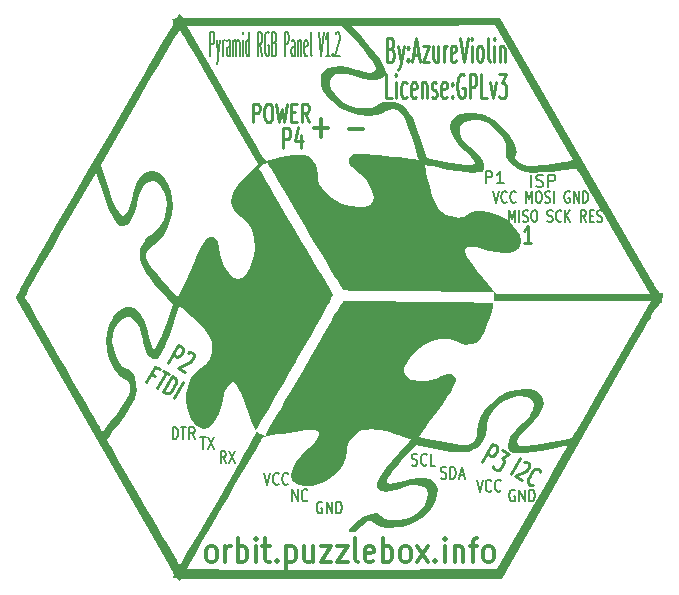
<source format=gto>
G04 (created by PCBNEW-RS274X (2011-07-08 BZR 3044)-stable) date 5/7/2013 10:27:45 AM*
G01*
G70*
G90*
%MOIN*%
G04 Gerber Fmt 3.4, Leading zero omitted, Abs format*
%FSLAX34Y34*%
G04 APERTURE LIST*
%ADD10C,0.006000*%
%ADD11C,0.005900*%
%ADD12C,0.009900*%
%ADD13C,0.007400*%
%ADD14C,0.012000*%
%ADD15C,0.007900*%
%ADD16C,0.015000*%
%ADD17C,0.000100*%
%ADD18C,0.010700*%
%ADD19C,0.010000*%
%ADD20C,0.008000*%
G04 APERTURE END LIST*
G54D10*
G54D11*
X35052Y-29261D02*
X35052Y-28461D01*
X35142Y-28461D01*
X35165Y-28499D01*
X35176Y-28537D01*
X35187Y-28613D01*
X35187Y-28727D01*
X35176Y-28804D01*
X35165Y-28842D01*
X35142Y-28880D01*
X35052Y-28880D01*
X35266Y-28727D02*
X35322Y-29261D01*
X35378Y-28727D02*
X35322Y-29261D01*
X35299Y-29451D01*
X35288Y-29489D01*
X35266Y-29527D01*
X35468Y-29261D02*
X35468Y-28727D01*
X35468Y-28880D02*
X35479Y-28804D01*
X35491Y-28766D01*
X35513Y-28727D01*
X35536Y-28727D01*
X35715Y-29261D02*
X35715Y-28842D01*
X35704Y-28766D01*
X35682Y-28727D01*
X35637Y-28727D01*
X35614Y-28766D01*
X35715Y-29223D02*
X35693Y-29261D01*
X35637Y-29261D01*
X35614Y-29223D01*
X35603Y-29147D01*
X35603Y-29070D01*
X35614Y-28994D01*
X35637Y-28956D01*
X35693Y-28956D01*
X35715Y-28918D01*
X35828Y-29261D02*
X35828Y-28727D01*
X35828Y-28804D02*
X35839Y-28766D01*
X35862Y-28727D01*
X35896Y-28727D01*
X35918Y-28766D01*
X35929Y-28842D01*
X35929Y-29261D01*
X35929Y-28842D02*
X35941Y-28766D01*
X35963Y-28727D01*
X35997Y-28727D01*
X36019Y-28766D01*
X36030Y-28842D01*
X36030Y-29261D01*
X36143Y-29261D02*
X36143Y-28727D01*
X36143Y-28461D02*
X36132Y-28499D01*
X36143Y-28537D01*
X36154Y-28499D01*
X36143Y-28461D01*
X36143Y-28537D01*
X36356Y-29261D02*
X36356Y-28461D01*
X36356Y-29223D02*
X36334Y-29261D01*
X36289Y-29261D01*
X36266Y-29223D01*
X36255Y-29185D01*
X36244Y-29108D01*
X36244Y-28880D01*
X36255Y-28804D01*
X36266Y-28766D01*
X36289Y-28727D01*
X36334Y-28727D01*
X36356Y-28766D01*
X36784Y-29261D02*
X36705Y-28880D01*
X36649Y-29261D02*
X36649Y-28461D01*
X36739Y-28461D01*
X36762Y-28499D01*
X36773Y-28537D01*
X36784Y-28613D01*
X36784Y-28727D01*
X36773Y-28804D01*
X36762Y-28842D01*
X36739Y-28880D01*
X36649Y-28880D01*
X37009Y-28499D02*
X36986Y-28461D01*
X36953Y-28461D01*
X36919Y-28499D01*
X36896Y-28575D01*
X36885Y-28651D01*
X36874Y-28804D01*
X36874Y-28918D01*
X36885Y-29070D01*
X36896Y-29147D01*
X36919Y-29223D01*
X36953Y-29261D01*
X36975Y-29261D01*
X37009Y-29223D01*
X37020Y-29185D01*
X37020Y-28918D01*
X36975Y-28918D01*
X37200Y-28842D02*
X37234Y-28880D01*
X37245Y-28918D01*
X37256Y-28994D01*
X37256Y-29108D01*
X37245Y-29185D01*
X37234Y-29223D01*
X37211Y-29261D01*
X37121Y-29261D01*
X37121Y-28461D01*
X37200Y-28461D01*
X37222Y-28499D01*
X37234Y-28537D01*
X37245Y-28613D01*
X37245Y-28689D01*
X37234Y-28766D01*
X37222Y-28804D01*
X37200Y-28842D01*
X37121Y-28842D01*
X37537Y-29261D02*
X37537Y-28461D01*
X37627Y-28461D01*
X37650Y-28499D01*
X37661Y-28537D01*
X37672Y-28613D01*
X37672Y-28727D01*
X37661Y-28804D01*
X37650Y-28842D01*
X37627Y-28880D01*
X37537Y-28880D01*
X37874Y-29261D02*
X37874Y-28842D01*
X37863Y-28766D01*
X37841Y-28727D01*
X37796Y-28727D01*
X37773Y-28766D01*
X37874Y-29223D02*
X37852Y-29261D01*
X37796Y-29261D01*
X37773Y-29223D01*
X37762Y-29147D01*
X37762Y-29070D01*
X37773Y-28994D01*
X37796Y-28956D01*
X37852Y-28956D01*
X37874Y-28918D01*
X37987Y-28727D02*
X37987Y-29261D01*
X37987Y-28804D02*
X37998Y-28766D01*
X38021Y-28727D01*
X38055Y-28727D01*
X38077Y-28766D01*
X38088Y-28842D01*
X38088Y-29261D01*
X38291Y-29223D02*
X38269Y-29261D01*
X38224Y-29261D01*
X38201Y-29223D01*
X38190Y-29147D01*
X38190Y-28842D01*
X38201Y-28766D01*
X38224Y-28727D01*
X38269Y-28727D01*
X38291Y-28766D01*
X38302Y-28842D01*
X38302Y-28918D01*
X38190Y-28994D01*
X38437Y-29261D02*
X38414Y-29223D01*
X38403Y-29147D01*
X38403Y-28461D01*
X38673Y-28461D02*
X38752Y-29261D01*
X38831Y-28461D01*
X39033Y-29261D02*
X38898Y-29261D01*
X38965Y-29261D02*
X38965Y-28461D01*
X38943Y-28575D01*
X38920Y-28651D01*
X38898Y-28689D01*
X39134Y-29185D02*
X39145Y-29223D01*
X39134Y-29261D01*
X39123Y-29223D01*
X39134Y-29185D01*
X39134Y-29261D01*
X39235Y-28537D02*
X39246Y-28499D01*
X39269Y-28461D01*
X39325Y-28461D01*
X39347Y-28499D01*
X39359Y-28537D01*
X39370Y-28613D01*
X39370Y-28689D01*
X39359Y-28804D01*
X39224Y-29261D01*
X39370Y-29261D01*
G54D12*
X41084Y-29039D02*
X41140Y-29077D01*
X41159Y-29115D01*
X41178Y-29191D01*
X41178Y-29305D01*
X41159Y-29382D01*
X41140Y-29420D01*
X41103Y-29458D01*
X40953Y-29458D01*
X40953Y-28658D01*
X41084Y-28658D01*
X41122Y-28696D01*
X41140Y-28734D01*
X41159Y-28810D01*
X41159Y-28886D01*
X41140Y-28963D01*
X41122Y-29001D01*
X41084Y-29039D01*
X40953Y-29039D01*
X41309Y-28924D02*
X41403Y-29458D01*
X41497Y-28924D02*
X41403Y-29458D01*
X41366Y-29648D01*
X41347Y-29686D01*
X41309Y-29724D01*
X41647Y-29382D02*
X41666Y-29420D01*
X41647Y-29458D01*
X41628Y-29420D01*
X41647Y-29382D01*
X41647Y-29458D01*
X41647Y-28963D02*
X41666Y-29001D01*
X41647Y-29039D01*
X41628Y-29001D01*
X41647Y-28963D01*
X41647Y-29039D01*
X41816Y-29229D02*
X42004Y-29229D01*
X41779Y-29458D02*
X41910Y-28658D01*
X42041Y-29458D01*
X42135Y-28924D02*
X42342Y-28924D01*
X42135Y-29458D01*
X42342Y-29458D01*
X42661Y-28924D02*
X42661Y-29458D01*
X42492Y-28924D02*
X42492Y-29344D01*
X42511Y-29420D01*
X42548Y-29458D01*
X42604Y-29458D01*
X42642Y-29420D01*
X42661Y-29382D01*
X42848Y-29458D02*
X42848Y-28924D01*
X42848Y-29077D02*
X42867Y-29001D01*
X42885Y-28963D01*
X42923Y-28924D01*
X42960Y-28924D01*
X43242Y-29420D02*
X43204Y-29458D01*
X43129Y-29458D01*
X43092Y-29420D01*
X43073Y-29344D01*
X43073Y-29039D01*
X43092Y-28963D01*
X43129Y-28924D01*
X43204Y-28924D01*
X43242Y-28963D01*
X43261Y-29039D01*
X43261Y-29115D01*
X43073Y-29191D01*
X43374Y-28658D02*
X43505Y-29458D01*
X43636Y-28658D01*
X43768Y-29458D02*
X43768Y-28924D01*
X43768Y-28658D02*
X43749Y-28696D01*
X43768Y-28734D01*
X43787Y-28696D01*
X43768Y-28658D01*
X43768Y-28734D01*
X44012Y-29458D02*
X43975Y-29420D01*
X43956Y-29382D01*
X43937Y-29305D01*
X43937Y-29077D01*
X43956Y-29001D01*
X43975Y-28963D01*
X44012Y-28924D01*
X44068Y-28924D01*
X44106Y-28963D01*
X44125Y-29001D01*
X44143Y-29077D01*
X44143Y-29305D01*
X44125Y-29382D01*
X44106Y-29420D01*
X44068Y-29458D01*
X44012Y-29458D01*
X44368Y-29458D02*
X44331Y-29420D01*
X44312Y-29344D01*
X44312Y-28658D01*
X44518Y-29458D02*
X44518Y-28924D01*
X44518Y-28658D02*
X44499Y-28696D01*
X44518Y-28734D01*
X44537Y-28696D01*
X44518Y-28658D01*
X44518Y-28734D01*
X44706Y-28924D02*
X44706Y-29458D01*
X44706Y-29001D02*
X44725Y-28963D01*
X44762Y-28924D01*
X44818Y-28924D01*
X44856Y-28963D01*
X44875Y-29039D01*
X44875Y-29458D01*
X41111Y-30677D02*
X40924Y-30677D01*
X40924Y-29877D01*
X41243Y-30677D02*
X41243Y-30143D01*
X41243Y-29877D02*
X41224Y-29915D01*
X41243Y-29953D01*
X41262Y-29915D01*
X41243Y-29877D01*
X41243Y-29953D01*
X41600Y-30639D02*
X41562Y-30677D01*
X41487Y-30677D01*
X41450Y-30639D01*
X41431Y-30601D01*
X41412Y-30524D01*
X41412Y-30296D01*
X41431Y-30220D01*
X41450Y-30182D01*
X41487Y-30143D01*
X41562Y-30143D01*
X41600Y-30182D01*
X41919Y-30639D02*
X41881Y-30677D01*
X41806Y-30677D01*
X41769Y-30639D01*
X41750Y-30563D01*
X41750Y-30258D01*
X41769Y-30182D01*
X41806Y-30143D01*
X41881Y-30143D01*
X41919Y-30182D01*
X41938Y-30258D01*
X41938Y-30334D01*
X41750Y-30410D01*
X42107Y-30143D02*
X42107Y-30677D01*
X42107Y-30220D02*
X42126Y-30182D01*
X42163Y-30143D01*
X42219Y-30143D01*
X42257Y-30182D01*
X42276Y-30258D01*
X42276Y-30677D01*
X42444Y-30639D02*
X42482Y-30677D01*
X42557Y-30677D01*
X42594Y-30639D01*
X42613Y-30563D01*
X42613Y-30524D01*
X42594Y-30448D01*
X42557Y-30410D01*
X42500Y-30410D01*
X42463Y-30372D01*
X42444Y-30296D01*
X42444Y-30258D01*
X42463Y-30182D01*
X42500Y-30143D01*
X42557Y-30143D01*
X42594Y-30182D01*
X42932Y-30639D02*
X42894Y-30677D01*
X42819Y-30677D01*
X42782Y-30639D01*
X42763Y-30563D01*
X42763Y-30258D01*
X42782Y-30182D01*
X42819Y-30143D01*
X42894Y-30143D01*
X42932Y-30182D01*
X42951Y-30258D01*
X42951Y-30334D01*
X42763Y-30410D01*
X43120Y-30601D02*
X43139Y-30639D01*
X43120Y-30677D01*
X43101Y-30639D01*
X43120Y-30601D01*
X43120Y-30677D01*
X43120Y-30182D02*
X43139Y-30220D01*
X43120Y-30258D01*
X43101Y-30220D01*
X43120Y-30182D01*
X43120Y-30258D01*
X43514Y-29915D02*
X43477Y-29877D01*
X43420Y-29877D01*
X43364Y-29915D01*
X43327Y-29991D01*
X43308Y-30067D01*
X43289Y-30220D01*
X43289Y-30334D01*
X43308Y-30486D01*
X43327Y-30563D01*
X43364Y-30639D01*
X43420Y-30677D01*
X43458Y-30677D01*
X43514Y-30639D01*
X43533Y-30601D01*
X43533Y-30334D01*
X43458Y-30334D01*
X43702Y-30677D02*
X43702Y-29877D01*
X43852Y-29877D01*
X43889Y-29915D01*
X43908Y-29953D01*
X43927Y-30029D01*
X43927Y-30143D01*
X43908Y-30220D01*
X43889Y-30258D01*
X43852Y-30296D01*
X43702Y-30296D01*
X44283Y-30677D02*
X44096Y-30677D01*
X44096Y-29877D01*
X44377Y-30143D02*
X44471Y-30677D01*
X44565Y-30143D01*
X44677Y-29877D02*
X44921Y-29877D01*
X44790Y-30182D01*
X44846Y-30182D01*
X44884Y-30220D01*
X44902Y-30258D01*
X44921Y-30334D01*
X44921Y-30524D01*
X44902Y-30601D01*
X44884Y-30639D01*
X44846Y-30677D01*
X44734Y-30677D01*
X44696Y-30639D01*
X44677Y-30601D01*
X45743Y-35515D02*
X45518Y-35515D01*
X45631Y-35515D02*
X45631Y-34924D01*
X45593Y-35008D01*
X45556Y-35064D01*
X45518Y-35093D01*
G54D13*
X45018Y-34804D02*
X45018Y-34410D01*
X45117Y-34692D01*
X45215Y-34410D01*
X45215Y-34804D01*
X45355Y-34804D02*
X45355Y-34410D01*
X45481Y-34786D02*
X45523Y-34804D01*
X45594Y-34804D01*
X45622Y-34786D01*
X45636Y-34767D01*
X45650Y-34729D01*
X45650Y-34692D01*
X45636Y-34654D01*
X45622Y-34636D01*
X45594Y-34617D01*
X45537Y-34598D01*
X45509Y-34579D01*
X45495Y-34561D01*
X45481Y-34523D01*
X45481Y-34486D01*
X45495Y-34448D01*
X45509Y-34429D01*
X45537Y-34410D01*
X45608Y-34410D01*
X45650Y-34429D01*
X45832Y-34410D02*
X45889Y-34410D01*
X45917Y-34429D01*
X45945Y-34467D01*
X45959Y-34542D01*
X45959Y-34673D01*
X45945Y-34748D01*
X45917Y-34786D01*
X45889Y-34804D01*
X45832Y-34804D01*
X45804Y-34786D01*
X45776Y-34748D01*
X45762Y-34673D01*
X45762Y-34542D01*
X45776Y-34467D01*
X45804Y-34429D01*
X45832Y-34410D01*
X46296Y-34786D02*
X46338Y-34804D01*
X46409Y-34804D01*
X46437Y-34786D01*
X46451Y-34767D01*
X46465Y-34729D01*
X46465Y-34692D01*
X46451Y-34654D01*
X46437Y-34636D01*
X46409Y-34617D01*
X46352Y-34598D01*
X46324Y-34579D01*
X46310Y-34561D01*
X46296Y-34523D01*
X46296Y-34486D01*
X46310Y-34448D01*
X46324Y-34429D01*
X46352Y-34410D01*
X46423Y-34410D01*
X46465Y-34429D01*
X46760Y-34767D02*
X46746Y-34786D01*
X46704Y-34804D01*
X46676Y-34804D01*
X46633Y-34786D01*
X46605Y-34748D01*
X46591Y-34711D01*
X46577Y-34636D01*
X46577Y-34579D01*
X46591Y-34504D01*
X46605Y-34467D01*
X46633Y-34429D01*
X46676Y-34410D01*
X46704Y-34410D01*
X46746Y-34429D01*
X46760Y-34448D01*
X46886Y-34804D02*
X46886Y-34410D01*
X47055Y-34804D02*
X46928Y-34579D01*
X47055Y-34410D02*
X46886Y-34636D01*
X47575Y-34804D02*
X47476Y-34617D01*
X47406Y-34804D02*
X47406Y-34410D01*
X47519Y-34410D01*
X47547Y-34429D01*
X47561Y-34448D01*
X47575Y-34486D01*
X47575Y-34542D01*
X47561Y-34579D01*
X47547Y-34598D01*
X47519Y-34617D01*
X47406Y-34617D01*
X47701Y-34598D02*
X47800Y-34598D01*
X47842Y-34804D02*
X47701Y-34804D01*
X47701Y-34410D01*
X47842Y-34410D01*
X47954Y-34786D02*
X47996Y-34804D01*
X48067Y-34804D01*
X48095Y-34786D01*
X48109Y-34767D01*
X48123Y-34729D01*
X48123Y-34692D01*
X48109Y-34654D01*
X48095Y-34636D01*
X48067Y-34617D01*
X48010Y-34598D01*
X47982Y-34579D01*
X47968Y-34561D01*
X47954Y-34523D01*
X47954Y-34486D01*
X47968Y-34448D01*
X47982Y-34429D01*
X48010Y-34410D01*
X48081Y-34410D01*
X48123Y-34429D01*
X44474Y-33772D02*
X44572Y-34166D01*
X44671Y-33772D01*
X44938Y-34129D02*
X44924Y-34148D01*
X44882Y-34166D01*
X44854Y-34166D01*
X44811Y-34148D01*
X44783Y-34110D01*
X44769Y-34073D01*
X44755Y-33998D01*
X44755Y-33941D01*
X44769Y-33866D01*
X44783Y-33829D01*
X44811Y-33791D01*
X44854Y-33772D01*
X44882Y-33772D01*
X44924Y-33791D01*
X44938Y-33810D01*
X45233Y-34129D02*
X45219Y-34148D01*
X45177Y-34166D01*
X45149Y-34166D01*
X45106Y-34148D01*
X45078Y-34110D01*
X45064Y-34073D01*
X45050Y-33998D01*
X45050Y-33941D01*
X45064Y-33866D01*
X45078Y-33829D01*
X45106Y-33791D01*
X45149Y-33772D01*
X45177Y-33772D01*
X45219Y-33791D01*
X45233Y-33810D01*
X45584Y-34166D02*
X45584Y-33772D01*
X45683Y-34054D01*
X45781Y-33772D01*
X45781Y-34166D01*
X45977Y-33772D02*
X46034Y-33772D01*
X46062Y-33791D01*
X46090Y-33829D01*
X46104Y-33904D01*
X46104Y-34035D01*
X46090Y-34110D01*
X46062Y-34148D01*
X46034Y-34166D01*
X45977Y-34166D01*
X45949Y-34148D01*
X45921Y-34110D01*
X45907Y-34035D01*
X45907Y-33904D01*
X45921Y-33829D01*
X45949Y-33791D01*
X45977Y-33772D01*
X46216Y-34148D02*
X46258Y-34166D01*
X46329Y-34166D01*
X46357Y-34148D01*
X46371Y-34129D01*
X46385Y-34091D01*
X46385Y-34054D01*
X46371Y-34016D01*
X46357Y-33998D01*
X46329Y-33979D01*
X46272Y-33960D01*
X46244Y-33941D01*
X46230Y-33923D01*
X46216Y-33885D01*
X46216Y-33848D01*
X46230Y-33810D01*
X46244Y-33791D01*
X46272Y-33772D01*
X46343Y-33772D01*
X46385Y-33791D01*
X46511Y-34166D02*
X46511Y-33772D01*
X47031Y-33791D02*
X47003Y-33772D01*
X46961Y-33772D01*
X46918Y-33791D01*
X46890Y-33829D01*
X46876Y-33866D01*
X46862Y-33941D01*
X46862Y-33998D01*
X46876Y-34073D01*
X46890Y-34110D01*
X46918Y-34148D01*
X46961Y-34166D01*
X46989Y-34166D01*
X47031Y-34148D01*
X47045Y-34129D01*
X47045Y-33998D01*
X46989Y-33998D01*
X47171Y-34166D02*
X47171Y-33772D01*
X47340Y-34166D01*
X47340Y-33772D01*
X47480Y-34166D02*
X47480Y-33772D01*
X47550Y-33772D01*
X47593Y-33791D01*
X47621Y-33829D01*
X47635Y-33866D01*
X47649Y-33941D01*
X47649Y-33998D01*
X47635Y-34073D01*
X47621Y-34110D01*
X47593Y-34148D01*
X47550Y-34166D01*
X47480Y-34166D01*
G54D14*
X39678Y-31703D02*
X40135Y-31703D01*
X38528Y-31679D02*
X38985Y-31679D01*
X38756Y-31984D02*
X38756Y-31374D01*
G54D15*
X45209Y-43745D02*
X45179Y-43726D01*
X45134Y-43726D01*
X45089Y-43745D01*
X45059Y-43783D01*
X45044Y-43820D01*
X45029Y-43895D01*
X45029Y-43952D01*
X45044Y-44027D01*
X45059Y-44064D01*
X45089Y-44102D01*
X45134Y-44120D01*
X45164Y-44120D01*
X45209Y-44102D01*
X45224Y-44083D01*
X45224Y-43952D01*
X45164Y-43952D01*
X45359Y-44120D02*
X45359Y-43726D01*
X45539Y-44120D01*
X45539Y-43726D01*
X45689Y-44120D02*
X45689Y-43726D01*
X45764Y-43726D01*
X45809Y-43745D01*
X45839Y-43783D01*
X45854Y-43820D01*
X45869Y-43895D01*
X45869Y-43952D01*
X45854Y-44027D01*
X45839Y-44064D01*
X45809Y-44102D01*
X45764Y-44120D01*
X45689Y-44120D01*
X43930Y-43395D02*
X44035Y-43789D01*
X44140Y-43395D01*
X44425Y-43752D02*
X44410Y-43771D01*
X44365Y-43789D01*
X44335Y-43789D01*
X44290Y-43771D01*
X44260Y-43733D01*
X44245Y-43696D01*
X44230Y-43621D01*
X44230Y-43564D01*
X44245Y-43489D01*
X44260Y-43452D01*
X44290Y-43414D01*
X44335Y-43395D01*
X44365Y-43395D01*
X44410Y-43414D01*
X44425Y-43433D01*
X44740Y-43752D02*
X44725Y-43771D01*
X44680Y-43789D01*
X44650Y-43789D01*
X44605Y-43771D01*
X44575Y-43733D01*
X44560Y-43696D01*
X44545Y-43621D01*
X44545Y-43564D01*
X44560Y-43489D01*
X44575Y-43452D01*
X44605Y-43414D01*
X44650Y-43395D01*
X44680Y-43395D01*
X44725Y-43414D01*
X44740Y-43433D01*
X42748Y-43342D02*
X42793Y-43360D01*
X42868Y-43360D01*
X42898Y-43342D01*
X42913Y-43323D01*
X42928Y-43285D01*
X42928Y-43248D01*
X42913Y-43210D01*
X42898Y-43192D01*
X42868Y-43173D01*
X42808Y-43154D01*
X42778Y-43135D01*
X42763Y-43117D01*
X42748Y-43079D01*
X42748Y-43042D01*
X42763Y-43004D01*
X42778Y-42985D01*
X42808Y-42966D01*
X42883Y-42966D01*
X42928Y-42985D01*
X43063Y-43360D02*
X43063Y-42966D01*
X43138Y-42966D01*
X43183Y-42985D01*
X43213Y-43023D01*
X43228Y-43060D01*
X43243Y-43135D01*
X43243Y-43192D01*
X43228Y-43267D01*
X43213Y-43304D01*
X43183Y-43342D01*
X43138Y-43360D01*
X43063Y-43360D01*
X43363Y-43248D02*
X43513Y-43248D01*
X43333Y-43360D02*
X43438Y-42966D01*
X43543Y-43360D01*
X41779Y-42904D02*
X41824Y-42922D01*
X41899Y-42922D01*
X41929Y-42904D01*
X41944Y-42885D01*
X41959Y-42847D01*
X41959Y-42810D01*
X41944Y-42772D01*
X41929Y-42754D01*
X41899Y-42735D01*
X41839Y-42716D01*
X41809Y-42697D01*
X41794Y-42679D01*
X41779Y-42641D01*
X41779Y-42604D01*
X41794Y-42566D01*
X41809Y-42547D01*
X41839Y-42528D01*
X41914Y-42528D01*
X41959Y-42547D01*
X42274Y-42885D02*
X42259Y-42904D01*
X42214Y-42922D01*
X42184Y-42922D01*
X42139Y-42904D01*
X42109Y-42866D01*
X42094Y-42829D01*
X42079Y-42754D01*
X42079Y-42697D01*
X42094Y-42622D01*
X42109Y-42585D01*
X42139Y-42547D01*
X42184Y-42528D01*
X42214Y-42528D01*
X42259Y-42547D01*
X42274Y-42566D01*
X42559Y-42922D02*
X42409Y-42922D01*
X42409Y-42528D01*
X37784Y-44108D02*
X37784Y-43714D01*
X37964Y-44108D01*
X37964Y-43714D01*
X38294Y-44071D02*
X38279Y-44090D01*
X38234Y-44108D01*
X38204Y-44108D01*
X38159Y-44090D01*
X38129Y-44052D01*
X38114Y-44015D01*
X38099Y-43940D01*
X38099Y-43883D01*
X38114Y-43808D01*
X38129Y-43771D01*
X38159Y-43733D01*
X38204Y-43714D01*
X38234Y-43714D01*
X38279Y-43733D01*
X38294Y-43752D01*
X38780Y-44142D02*
X38750Y-44123D01*
X38705Y-44123D01*
X38660Y-44142D01*
X38630Y-44180D01*
X38615Y-44217D01*
X38600Y-44292D01*
X38600Y-44349D01*
X38615Y-44424D01*
X38630Y-44461D01*
X38660Y-44499D01*
X38705Y-44517D01*
X38735Y-44517D01*
X38780Y-44499D01*
X38795Y-44480D01*
X38795Y-44349D01*
X38735Y-44349D01*
X38930Y-44517D02*
X38930Y-44123D01*
X39110Y-44517D01*
X39110Y-44123D01*
X39260Y-44517D02*
X39260Y-44123D01*
X39335Y-44123D01*
X39380Y-44142D01*
X39410Y-44180D01*
X39425Y-44217D01*
X39440Y-44292D01*
X39440Y-44349D01*
X39425Y-44424D01*
X39410Y-44461D01*
X39380Y-44499D01*
X39335Y-44517D01*
X39260Y-44517D01*
X36840Y-43167D02*
X36945Y-43561D01*
X37050Y-43167D01*
X37335Y-43524D02*
X37320Y-43543D01*
X37275Y-43561D01*
X37245Y-43561D01*
X37200Y-43543D01*
X37170Y-43505D01*
X37155Y-43468D01*
X37140Y-43393D01*
X37140Y-43336D01*
X37155Y-43261D01*
X37170Y-43224D01*
X37200Y-43186D01*
X37245Y-43167D01*
X37275Y-43167D01*
X37320Y-43186D01*
X37335Y-43205D01*
X37650Y-43524D02*
X37635Y-43543D01*
X37590Y-43561D01*
X37560Y-43561D01*
X37515Y-43543D01*
X37485Y-43505D01*
X37470Y-43468D01*
X37455Y-43393D01*
X37455Y-43336D01*
X37470Y-43261D01*
X37485Y-43224D01*
X37515Y-43186D01*
X37560Y-43167D01*
X37590Y-43167D01*
X37635Y-43186D01*
X37650Y-43205D01*
X35578Y-42840D02*
X35473Y-42653D01*
X35398Y-42840D02*
X35398Y-42446D01*
X35518Y-42446D01*
X35548Y-42465D01*
X35563Y-42484D01*
X35578Y-42522D01*
X35578Y-42578D01*
X35563Y-42615D01*
X35548Y-42634D01*
X35518Y-42653D01*
X35398Y-42653D01*
X35683Y-42446D02*
X35893Y-42840D01*
X35893Y-42446D02*
X35683Y-42840D01*
X34729Y-41985D02*
X34909Y-41985D01*
X34819Y-42379D02*
X34819Y-41985D01*
X34984Y-41985D02*
X35194Y-42379D01*
X35194Y-41985D02*
X34984Y-42379D01*
X33801Y-42041D02*
X33801Y-41647D01*
X33876Y-41647D01*
X33921Y-41666D01*
X33951Y-41704D01*
X33966Y-41741D01*
X33981Y-41816D01*
X33981Y-41873D01*
X33966Y-41948D01*
X33951Y-41985D01*
X33921Y-42023D01*
X33876Y-42041D01*
X33801Y-42041D01*
X34071Y-41647D02*
X34251Y-41647D01*
X34161Y-42041D02*
X34161Y-41647D01*
X34536Y-42041D02*
X34431Y-41854D01*
X34356Y-42041D02*
X34356Y-41647D01*
X34476Y-41647D01*
X34506Y-41666D01*
X34521Y-41685D01*
X34536Y-41723D01*
X34536Y-41779D01*
X34521Y-41816D01*
X34506Y-41835D01*
X34476Y-41854D01*
X34356Y-41854D01*
G54D16*
X33980Y-28089D02*
X33972Y-28082D01*
X28661Y-37298D02*
X33980Y-28089D01*
X33965Y-46589D02*
X28661Y-37298D01*
X44697Y-46589D02*
X33965Y-46589D01*
X49996Y-37302D02*
X44697Y-46589D01*
X44646Y-28070D02*
X49996Y-37302D01*
X33972Y-28082D02*
X44646Y-28070D01*
G54D14*
X35043Y-46142D02*
X34979Y-46104D01*
X34947Y-46066D01*
X34915Y-45989D01*
X34915Y-45761D01*
X34947Y-45685D01*
X34979Y-45647D01*
X35043Y-45608D01*
X35138Y-45608D01*
X35202Y-45647D01*
X35234Y-45685D01*
X35266Y-45761D01*
X35266Y-45989D01*
X35234Y-46066D01*
X35202Y-46104D01*
X35138Y-46142D01*
X35043Y-46142D01*
X35552Y-46142D02*
X35552Y-45608D01*
X35552Y-45761D02*
X35584Y-45685D01*
X35616Y-45647D01*
X35680Y-45608D01*
X35743Y-45608D01*
X35966Y-46142D02*
X35966Y-45342D01*
X35966Y-45647D02*
X36030Y-45608D01*
X36157Y-45608D01*
X36221Y-45647D01*
X36253Y-45685D01*
X36285Y-45761D01*
X36285Y-45989D01*
X36253Y-46066D01*
X36221Y-46104D01*
X36157Y-46142D01*
X36030Y-46142D01*
X35966Y-46104D01*
X36571Y-46142D02*
X36571Y-45608D01*
X36571Y-45342D02*
X36539Y-45380D01*
X36571Y-45418D01*
X36603Y-45380D01*
X36571Y-45342D01*
X36571Y-45418D01*
X36795Y-45608D02*
X37050Y-45608D01*
X36890Y-45342D02*
X36890Y-46028D01*
X36922Y-46104D01*
X36986Y-46142D01*
X37050Y-46142D01*
X37272Y-46066D02*
X37304Y-46104D01*
X37272Y-46142D01*
X37240Y-46104D01*
X37272Y-46066D01*
X37272Y-46142D01*
X37591Y-45608D02*
X37591Y-46408D01*
X37591Y-45647D02*
X37655Y-45608D01*
X37782Y-45608D01*
X37846Y-45647D01*
X37878Y-45685D01*
X37910Y-45761D01*
X37910Y-45989D01*
X37878Y-46066D01*
X37846Y-46104D01*
X37782Y-46142D01*
X37655Y-46142D01*
X37591Y-46104D01*
X38483Y-45608D02*
X38483Y-46142D01*
X38196Y-45608D02*
X38196Y-46028D01*
X38228Y-46104D01*
X38292Y-46142D01*
X38387Y-46142D01*
X38451Y-46104D01*
X38483Y-46066D01*
X38738Y-45608D02*
X39088Y-45608D01*
X38738Y-46142D01*
X39088Y-46142D01*
X39280Y-45608D02*
X39630Y-45608D01*
X39280Y-46142D01*
X39630Y-46142D01*
X39981Y-46142D02*
X39917Y-46104D01*
X39885Y-46028D01*
X39885Y-45342D01*
X40490Y-46104D02*
X40426Y-46142D01*
X40299Y-46142D01*
X40235Y-46104D01*
X40203Y-46028D01*
X40203Y-45723D01*
X40235Y-45647D01*
X40299Y-45608D01*
X40426Y-45608D01*
X40490Y-45647D01*
X40522Y-45723D01*
X40522Y-45799D01*
X40203Y-45875D01*
X40808Y-46142D02*
X40808Y-45342D01*
X40808Y-45647D02*
X40872Y-45608D01*
X40999Y-45608D01*
X41063Y-45647D01*
X41095Y-45685D01*
X41127Y-45761D01*
X41127Y-45989D01*
X41095Y-46066D01*
X41063Y-46104D01*
X40999Y-46142D01*
X40872Y-46142D01*
X40808Y-46104D01*
X41509Y-46142D02*
X41445Y-46104D01*
X41413Y-46066D01*
X41381Y-45989D01*
X41381Y-45761D01*
X41413Y-45685D01*
X41445Y-45647D01*
X41509Y-45608D01*
X41604Y-45608D01*
X41668Y-45647D01*
X41700Y-45685D01*
X41732Y-45761D01*
X41732Y-45989D01*
X41700Y-46066D01*
X41668Y-46104D01*
X41604Y-46142D01*
X41509Y-46142D01*
X41955Y-46142D02*
X42305Y-45608D01*
X41955Y-45608D02*
X42305Y-46142D01*
X42560Y-46066D02*
X42592Y-46104D01*
X42560Y-46142D01*
X42528Y-46104D01*
X42560Y-46066D01*
X42560Y-46142D01*
X42879Y-46142D02*
X42879Y-45608D01*
X42879Y-45342D02*
X42847Y-45380D01*
X42879Y-45418D01*
X42911Y-45380D01*
X42879Y-45342D01*
X42879Y-45418D01*
X43198Y-45608D02*
X43198Y-46142D01*
X43198Y-45685D02*
X43230Y-45647D01*
X43294Y-45608D01*
X43389Y-45608D01*
X43453Y-45647D01*
X43485Y-45723D01*
X43485Y-46142D01*
X43708Y-45608D02*
X43963Y-45608D01*
X43803Y-46142D02*
X43803Y-45456D01*
X43835Y-45380D01*
X43899Y-45342D01*
X43963Y-45342D01*
X44281Y-46142D02*
X44217Y-46104D01*
X44185Y-46066D01*
X44153Y-45989D01*
X44153Y-45761D01*
X44185Y-45685D01*
X44217Y-45647D01*
X44281Y-45608D01*
X44376Y-45608D01*
X44440Y-45647D01*
X44472Y-45685D01*
X44504Y-45761D01*
X44504Y-45989D01*
X44472Y-46066D01*
X44440Y-46104D01*
X44376Y-46142D01*
X44281Y-46142D01*
G54D17*
G36*
X50159Y-37198D02*
X50150Y-37223D01*
X50132Y-37297D01*
X50128Y-37390D01*
X50122Y-37467D01*
X50090Y-37496D01*
X50070Y-37498D01*
X50045Y-37514D01*
X50003Y-37563D01*
X49942Y-37651D01*
X49860Y-37779D01*
X49755Y-37953D01*
X49732Y-37991D01*
X49732Y-37448D01*
X49700Y-37447D01*
X49700Y-37198D01*
X49205Y-36340D01*
X48909Y-35826D01*
X48644Y-35367D01*
X48409Y-34960D01*
X48201Y-34602D01*
X48020Y-34289D01*
X47863Y-34020D01*
X47729Y-33790D01*
X47615Y-33597D01*
X47520Y-33438D01*
X47442Y-33310D01*
X47380Y-33210D01*
X47331Y-33134D01*
X47294Y-33081D01*
X47267Y-33046D01*
X47249Y-33027D01*
X47237Y-33021D01*
X47235Y-33021D01*
X47183Y-33029D01*
X47134Y-33036D01*
X47134Y-32748D01*
X45836Y-30498D01*
X44539Y-28248D01*
X42153Y-28257D01*
X39768Y-28265D01*
X40105Y-28640D01*
X40357Y-28927D01*
X40559Y-29174D01*
X40713Y-29384D01*
X40820Y-29561D01*
X40882Y-29707D01*
X40899Y-29825D01*
X40874Y-29919D01*
X40808Y-29991D01*
X40764Y-30017D01*
X40606Y-30064D01*
X40404Y-30066D01*
X40164Y-30023D01*
X39979Y-29968D01*
X39773Y-29905D01*
X39599Y-29873D01*
X39455Y-29865D01*
X39330Y-29867D01*
X39250Y-29880D01*
X39191Y-29911D01*
X39129Y-29966D01*
X39065Y-30041D01*
X39040Y-30111D01*
X39044Y-30210D01*
X39044Y-30212D01*
X39094Y-30381D01*
X39198Y-30551D01*
X39344Y-30708D01*
X39523Y-30843D01*
X39722Y-30942D01*
X39753Y-30953D01*
X39920Y-30991D01*
X40129Y-31008D01*
X40192Y-31009D01*
X40334Y-31006D01*
X40434Y-30994D01*
X40513Y-30969D01*
X40596Y-30923D01*
X40628Y-30903D01*
X40734Y-30842D01*
X40828Y-30810D01*
X40942Y-30799D01*
X41006Y-30799D01*
X41177Y-30810D01*
X41328Y-30847D01*
X41462Y-30914D01*
X41583Y-31017D01*
X41695Y-31161D01*
X41804Y-31351D01*
X41913Y-31592D01*
X42026Y-31890D01*
X42117Y-32155D01*
X42291Y-32680D01*
X42722Y-32771D01*
X43073Y-32841D01*
X43363Y-32886D01*
X43591Y-32908D01*
X43759Y-32906D01*
X43867Y-32881D01*
X43878Y-32875D01*
X43887Y-32835D01*
X43846Y-32760D01*
X43759Y-32653D01*
X43630Y-32520D01*
X43531Y-32427D01*
X43318Y-32211D01*
X43166Y-32005D01*
X43074Y-31811D01*
X43044Y-31632D01*
X43076Y-31468D01*
X43093Y-31433D01*
X43169Y-31328D01*
X43274Y-31253D01*
X43419Y-31207D01*
X43612Y-31185D01*
X43755Y-31181D01*
X43912Y-31183D01*
X44025Y-31190D01*
X44116Y-31208D01*
X44208Y-31242D01*
X44324Y-31297D01*
X44346Y-31308D01*
X44617Y-31476D01*
X44860Y-31696D01*
X45062Y-31953D01*
X45147Y-32099D01*
X45219Y-32252D01*
X45258Y-32367D01*
X45265Y-32464D01*
X45244Y-32558D01*
X45235Y-32584D01*
X45219Y-32663D01*
X45249Y-32728D01*
X45260Y-32741D01*
X45373Y-32827D01*
X45526Y-32893D01*
X45694Y-32927D01*
X45754Y-32930D01*
X45870Y-32925D01*
X46034Y-32911D01*
X46231Y-32889D01*
X46443Y-32862D01*
X46655Y-32832D01*
X46849Y-32801D01*
X46916Y-32789D01*
X47134Y-32748D01*
X47134Y-33036D01*
X47082Y-33044D01*
X46946Y-33065D01*
X46836Y-33081D01*
X46652Y-33105D01*
X46433Y-33128D01*
X46211Y-33145D01*
X46070Y-33153D01*
X45889Y-33160D01*
X45757Y-33161D01*
X45658Y-33153D01*
X45575Y-33137D01*
X45490Y-33110D01*
X45459Y-33098D01*
X45327Y-33034D01*
X45193Y-32945D01*
X45071Y-32843D01*
X44973Y-32739D01*
X44913Y-32647D01*
X44900Y-32598D01*
X44904Y-32512D01*
X44916Y-32400D01*
X44921Y-32365D01*
X44928Y-32279D01*
X44918Y-32208D01*
X44883Y-32130D01*
X44816Y-32021D01*
X44812Y-32015D01*
X44661Y-31815D01*
X44492Y-31647D01*
X44318Y-31520D01*
X44160Y-31448D01*
X44024Y-31413D01*
X43912Y-31400D01*
X43793Y-31410D01*
X43675Y-31433D01*
X43520Y-31483D01*
X43422Y-31557D01*
X43376Y-31661D01*
X43370Y-31734D01*
X43392Y-31885D01*
X43463Y-32034D01*
X43587Y-32188D01*
X43726Y-32319D01*
X43864Y-32440D01*
X43962Y-32532D01*
X44031Y-32608D01*
X44084Y-32680D01*
X44131Y-32761D01*
X44139Y-32775D01*
X44190Y-32913D01*
X44187Y-33025D01*
X44130Y-33105D01*
X44103Y-33122D01*
X43989Y-33152D01*
X43817Y-33161D01*
X43591Y-33147D01*
X43314Y-33113D01*
X42992Y-33058D01*
X42627Y-32982D01*
X42614Y-32979D01*
X42464Y-32947D01*
X42339Y-32922D01*
X42252Y-32907D01*
X42218Y-32905D01*
X42220Y-32940D01*
X42234Y-33027D01*
X42258Y-33152D01*
X42286Y-33292D01*
X42367Y-33638D01*
X42452Y-33922D01*
X42545Y-34150D01*
X42649Y-34328D01*
X42769Y-34462D01*
X42909Y-34557D01*
X43072Y-34618D01*
X43239Y-34648D01*
X43341Y-34657D01*
X43422Y-34650D01*
X43506Y-34622D01*
X43617Y-34568D01*
X43650Y-34550D01*
X43785Y-34484D01*
X43893Y-34448D01*
X44003Y-34433D01*
X44084Y-34431D01*
X44363Y-34464D01*
X44637Y-34558D01*
X44897Y-34710D01*
X45134Y-34914D01*
X45152Y-34933D01*
X45285Y-35096D01*
X45365Y-35248D01*
X45400Y-35408D01*
X45403Y-35482D01*
X45393Y-35594D01*
X45356Y-35672D01*
X45319Y-35712D01*
X45198Y-35784D01*
X45029Y-35826D01*
X44825Y-35837D01*
X44597Y-35818D01*
X44359Y-35769D01*
X44231Y-35730D01*
X44053Y-35674D01*
X43910Y-35644D01*
X43782Y-35637D01*
X43744Y-35638D01*
X43636Y-35645D01*
X43578Y-35660D01*
X43553Y-35690D01*
X43543Y-35747D01*
X43543Y-35750D01*
X43547Y-35810D01*
X43571Y-35884D01*
X43621Y-35977D01*
X43699Y-36096D01*
X43810Y-36246D01*
X43956Y-36432D01*
X44143Y-36661D01*
X44188Y-36715D01*
X44586Y-37195D01*
X47143Y-37197D01*
X49700Y-37198D01*
X49700Y-37447D01*
X47120Y-37439D01*
X44507Y-37431D01*
X44513Y-37289D01*
X44520Y-37148D01*
X43286Y-37127D01*
X42936Y-37122D01*
X42539Y-37117D01*
X42117Y-37112D01*
X42003Y-37110D01*
X42003Y-32707D01*
X41992Y-32662D01*
X41963Y-32567D01*
X41920Y-32432D01*
X41865Y-32268D01*
X41804Y-32087D01*
X41740Y-31902D01*
X41678Y-31722D01*
X41620Y-31560D01*
X41572Y-31428D01*
X41537Y-31336D01*
X41522Y-31302D01*
X41418Y-31159D01*
X41290Y-31069D01*
X41147Y-31035D01*
X41001Y-31060D01*
X40902Y-31115D01*
X40757Y-31199D01*
X40588Y-31247D01*
X40378Y-31264D01*
X40349Y-31264D01*
X40000Y-31234D01*
X39679Y-31144D01*
X39385Y-30992D01*
X39118Y-30780D01*
X39086Y-30749D01*
X38929Y-30577D01*
X38824Y-30423D01*
X38762Y-30271D01*
X38738Y-30107D01*
X38737Y-30059D01*
X38741Y-29943D01*
X38761Y-29866D01*
X38806Y-29801D01*
X38836Y-29769D01*
X38977Y-29675D01*
X39163Y-29623D01*
X39388Y-29614D01*
X39647Y-29649D01*
X39934Y-29726D01*
X40007Y-29751D01*
X40208Y-29808D01*
X40377Y-29822D01*
X40505Y-29792D01*
X40561Y-29754D01*
X40585Y-29719D01*
X40584Y-29674D01*
X40554Y-29602D01*
X40517Y-29532D01*
X40443Y-29415D01*
X40329Y-29260D01*
X40186Y-29078D01*
X40020Y-28881D01*
X39841Y-28677D01*
X39682Y-28505D01*
X39453Y-28262D01*
X36862Y-28271D01*
X34270Y-28281D01*
X35569Y-30531D01*
X35813Y-30953D01*
X36037Y-31337D01*
X36238Y-31681D01*
X36416Y-31982D01*
X36569Y-32238D01*
X36696Y-32447D01*
X36795Y-32606D01*
X36864Y-32712D01*
X36903Y-32764D01*
X36910Y-32769D01*
X37190Y-32693D01*
X37419Y-32637D01*
X37608Y-32599D01*
X37770Y-32577D01*
X37915Y-32570D01*
X38003Y-32571D01*
X38179Y-32584D01*
X38306Y-32614D01*
X38403Y-32669D01*
X38488Y-32759D01*
X38538Y-32831D01*
X38585Y-32921D01*
X38614Y-33034D01*
X38633Y-33192D01*
X38634Y-33215D01*
X38655Y-33391D01*
X38696Y-33533D01*
X38766Y-33658D01*
X38877Y-33787D01*
X38988Y-33893D01*
X39217Y-34072D01*
X39458Y-34195D01*
X39725Y-34267D01*
X40031Y-34294D01*
X40047Y-34294D01*
X40181Y-34294D01*
X40267Y-34287D01*
X40326Y-34266D01*
X40377Y-34228D01*
X40405Y-34200D01*
X40474Y-34109D01*
X40500Y-34006D01*
X40483Y-33879D01*
X40422Y-33719D01*
X40388Y-33647D01*
X40309Y-33493D01*
X40238Y-33378D01*
X40158Y-33284D01*
X40055Y-33192D01*
X39916Y-33085D01*
X39787Y-32981D01*
X39708Y-32896D01*
X39673Y-32815D01*
X39673Y-32727D01*
X39683Y-32683D01*
X39735Y-32604D01*
X39846Y-32554D01*
X40016Y-32532D01*
X40072Y-32531D01*
X40156Y-32535D01*
X40294Y-32545D01*
X40473Y-32561D01*
X40682Y-32581D01*
X40907Y-32603D01*
X41137Y-32627D01*
X41359Y-32651D01*
X41561Y-32674D01*
X41730Y-32695D01*
X41855Y-32712D01*
X41895Y-32719D01*
X41968Y-32724D01*
X42002Y-32709D01*
X42003Y-32707D01*
X42003Y-37110D01*
X41690Y-37108D01*
X41278Y-37105D01*
X40902Y-37103D01*
X40783Y-37102D01*
X40457Y-37101D01*
X40191Y-37099D01*
X39978Y-37097D01*
X39814Y-37093D01*
X39690Y-37089D01*
X39600Y-37082D01*
X39539Y-37074D01*
X39499Y-37064D01*
X39475Y-37051D01*
X39463Y-37040D01*
X39438Y-37002D01*
X39382Y-36911D01*
X39298Y-36773D01*
X39189Y-36591D01*
X39057Y-36370D01*
X38905Y-36116D01*
X38737Y-35833D01*
X38555Y-35525D01*
X38361Y-35198D01*
X38204Y-34931D01*
X38004Y-34593D01*
X37814Y-34271D01*
X37636Y-33971D01*
X37474Y-33696D01*
X37329Y-33452D01*
X37205Y-33244D01*
X37104Y-33075D01*
X37029Y-32950D01*
X36983Y-32875D01*
X36969Y-32853D01*
X36930Y-32854D01*
X36859Y-32879D01*
X36776Y-32920D01*
X36706Y-32963D01*
X36671Y-32997D01*
X36670Y-33002D01*
X36686Y-33033D01*
X36734Y-33117D01*
X36811Y-33250D01*
X36913Y-33425D01*
X37039Y-33640D01*
X37185Y-33890D01*
X37349Y-34169D01*
X37528Y-34473D01*
X37720Y-34798D01*
X37889Y-35085D01*
X38091Y-35425D01*
X38282Y-35749D01*
X38461Y-36053D01*
X38626Y-36331D01*
X38772Y-36579D01*
X38898Y-36793D01*
X39001Y-36967D01*
X39077Y-37097D01*
X39124Y-37178D01*
X39140Y-37205D01*
X39139Y-37228D01*
X39121Y-37277D01*
X39086Y-37355D01*
X39030Y-37464D01*
X38954Y-37609D01*
X38854Y-37791D01*
X38730Y-38014D01*
X38579Y-38282D01*
X38399Y-38598D01*
X38190Y-38964D01*
X37949Y-39383D01*
X37898Y-39471D01*
X37694Y-39824D01*
X37500Y-40161D01*
X37317Y-40477D01*
X37149Y-40768D01*
X36997Y-41028D01*
X36866Y-41254D01*
X36756Y-41441D01*
X36671Y-41585D01*
X36640Y-41636D01*
X36640Y-32868D01*
X35351Y-30633D01*
X35147Y-30279D01*
X34952Y-29942D01*
X34769Y-29628D01*
X34600Y-29339D01*
X34449Y-29080D01*
X34317Y-28857D01*
X34207Y-28672D01*
X34123Y-28532D01*
X34066Y-28439D01*
X34038Y-28399D01*
X34037Y-28398D01*
X34016Y-28426D01*
X33965Y-28507D01*
X33886Y-28638D01*
X33781Y-28813D01*
X33653Y-29028D01*
X33505Y-29279D01*
X33339Y-29562D01*
X33157Y-29872D01*
X32963Y-30204D01*
X32759Y-30555D01*
X32704Y-30649D01*
X31397Y-32901D01*
X31603Y-33513D01*
X31722Y-33852D01*
X31827Y-34127D01*
X31919Y-34338D01*
X31998Y-34485D01*
X32064Y-34568D01*
X32078Y-34578D01*
X32158Y-34595D01*
X32235Y-34549D01*
X32308Y-34442D01*
X32373Y-34277D01*
X32430Y-34059D01*
X32435Y-34037D01*
X32516Y-33724D01*
X32618Y-33474D01*
X32741Y-33288D01*
X32885Y-33164D01*
X33049Y-33104D01*
X33130Y-33098D01*
X33282Y-33130D01*
X33423Y-33220D01*
X33548Y-33361D01*
X33653Y-33545D01*
X33734Y-33764D01*
X33785Y-34011D01*
X33802Y-34267D01*
X33781Y-34526D01*
X33719Y-34784D01*
X33624Y-35027D01*
X33501Y-35245D01*
X33357Y-35423D01*
X33197Y-35550D01*
X33167Y-35566D01*
X33035Y-35659D01*
X32943Y-35778D01*
X32904Y-35906D01*
X32903Y-35925D01*
X32924Y-36017D01*
X32983Y-36138D01*
X33028Y-36209D01*
X33096Y-36302D01*
X33190Y-36421D01*
X33303Y-36558D01*
X33427Y-36704D01*
X33556Y-36851D01*
X33681Y-36991D01*
X33795Y-37115D01*
X33891Y-37215D01*
X33962Y-37282D01*
X33999Y-37309D01*
X34002Y-37308D01*
X34022Y-37269D01*
X34063Y-37180D01*
X34120Y-37052D01*
X34187Y-36895D01*
X34235Y-36781D01*
X34372Y-36462D01*
X34500Y-36173D01*
X34617Y-35919D01*
X34720Y-35707D01*
X34806Y-35542D01*
X34872Y-35431D01*
X34888Y-35409D01*
X34962Y-35331D01*
X35040Y-35301D01*
X35085Y-35298D01*
X35186Y-35316D01*
X35259Y-35375D01*
X35309Y-35481D01*
X35340Y-35644D01*
X35348Y-35721D01*
X35402Y-36008D01*
X35514Y-36273D01*
X35676Y-36503D01*
X35724Y-36554D01*
X35857Y-36659D01*
X35984Y-36700D01*
X36106Y-36676D01*
X36183Y-36628D01*
X36285Y-36515D01*
X36377Y-36350D01*
X36454Y-36151D01*
X36510Y-35931D01*
X36540Y-35706D01*
X36543Y-35623D01*
X36521Y-35325D01*
X36450Y-35068D01*
X36329Y-34854D01*
X36161Y-34685D01*
X36083Y-34631D01*
X35921Y-34504D01*
X35806Y-34352D01*
X35745Y-34188D01*
X35737Y-34111D01*
X35765Y-33962D01*
X35851Y-33783D01*
X35994Y-33574D01*
X36192Y-33338D01*
X36291Y-33232D01*
X36640Y-32868D01*
X36640Y-41636D01*
X36614Y-41680D01*
X36587Y-41723D01*
X36586Y-41725D01*
X36564Y-41732D01*
X36537Y-41701D01*
X36502Y-41626D01*
X36453Y-41498D01*
X36421Y-41408D01*
X36291Y-41047D01*
X36174Y-40748D01*
X36071Y-40511D01*
X35979Y-40333D01*
X35898Y-40212D01*
X35827Y-40146D01*
X35779Y-40131D01*
X35733Y-40159D01*
X35674Y-40232D01*
X35612Y-40331D01*
X35558Y-40439D01*
X35523Y-40538D01*
X35518Y-40562D01*
X35441Y-40917D01*
X35332Y-41220D01*
X35193Y-41468D01*
X35094Y-41590D01*
X34977Y-41680D01*
X34855Y-41710D01*
X34732Y-41686D01*
X34615Y-41615D01*
X34506Y-41503D01*
X34410Y-41357D01*
X34333Y-41182D01*
X34278Y-40986D01*
X34250Y-40773D01*
X34254Y-40552D01*
X34268Y-40440D01*
X34341Y-40165D01*
X34453Y-39940D01*
X34609Y-39764D01*
X34761Y-39657D01*
X34875Y-39584D01*
X34952Y-39509D01*
X35013Y-39405D01*
X35031Y-39367D01*
X35100Y-39175D01*
X35123Y-38988D01*
X35098Y-38802D01*
X35021Y-38612D01*
X34891Y-38412D01*
X34706Y-38198D01*
X34463Y-37963D01*
X34356Y-37869D01*
X34234Y-37765D01*
X34132Y-37681D01*
X34059Y-37624D01*
X34024Y-37602D01*
X34023Y-37602D01*
X34010Y-37637D01*
X33983Y-37722D01*
X33948Y-37843D01*
X33924Y-37925D01*
X33862Y-38126D01*
X33809Y-38278D01*
X33809Y-37562D01*
X33614Y-37344D01*
X33382Y-37081D01*
X33193Y-36859D01*
X33042Y-36672D01*
X32925Y-36512D01*
X32838Y-36374D01*
X32777Y-36250D01*
X32738Y-36135D01*
X32715Y-36022D01*
X32709Y-35958D01*
X32705Y-35841D01*
X32719Y-35744D01*
X32757Y-35639D01*
X32800Y-35548D01*
X32866Y-35425D01*
X32929Y-35344D01*
X33008Y-35282D01*
X33079Y-35241D01*
X33243Y-35119D01*
X33389Y-34945D01*
X33506Y-34733D01*
X33555Y-34603D01*
X33594Y-34404D01*
X33597Y-34193D01*
X33566Y-33984D01*
X33506Y-33792D01*
X33420Y-33630D01*
X33311Y-33513D01*
X33267Y-33484D01*
X33130Y-33441D01*
X33004Y-33463D01*
X32888Y-33547D01*
X32785Y-33694D01*
X32696Y-33901D01*
X32622Y-34167D01*
X32605Y-34247D01*
X32543Y-34482D01*
X32463Y-34675D01*
X32369Y-34820D01*
X32266Y-34913D01*
X32156Y-34950D01*
X32045Y-34928D01*
X31982Y-34886D01*
X31911Y-34815D01*
X31842Y-34717D01*
X31770Y-34587D01*
X31693Y-34416D01*
X31608Y-34198D01*
X31510Y-33925D01*
X31468Y-33803D01*
X31248Y-33158D01*
X30056Y-35212D01*
X29797Y-35659D01*
X29572Y-36050D01*
X29380Y-36386D01*
X29221Y-36669D01*
X29093Y-36899D01*
X28996Y-37079D01*
X28930Y-37209D01*
X28893Y-37290D01*
X28885Y-37324D01*
X28905Y-37361D01*
X28954Y-37450D01*
X29031Y-37585D01*
X29131Y-37761D01*
X29251Y-37972D01*
X29389Y-38213D01*
X29541Y-38478D01*
X29705Y-38763D01*
X29877Y-39062D01*
X30054Y-39369D01*
X30233Y-39680D01*
X30411Y-39989D01*
X30584Y-40289D01*
X30751Y-40578D01*
X30907Y-40847D01*
X31050Y-41094D01*
X31176Y-41311D01*
X31283Y-41494D01*
X31367Y-41637D01*
X31425Y-41736D01*
X31455Y-41784D01*
X31458Y-41787D01*
X31480Y-41761D01*
X31535Y-41692D01*
X31616Y-41592D01*
X31714Y-41471D01*
X31719Y-41465D01*
X31934Y-41189D01*
X32111Y-40944D01*
X32246Y-40735D01*
X32338Y-40564D01*
X32384Y-40434D01*
X32387Y-40418D01*
X32395Y-40255D01*
X32361Y-40142D01*
X32283Y-40073D01*
X32234Y-40055D01*
X32096Y-39988D01*
X31964Y-39865D01*
X31844Y-39696D01*
X31741Y-39493D01*
X31661Y-39265D01*
X31609Y-39024D01*
X31590Y-38781D01*
X31612Y-38490D01*
X31681Y-38235D01*
X31801Y-38003D01*
X31827Y-37965D01*
X31963Y-37797D01*
X32098Y-37690D01*
X32240Y-37638D01*
X32324Y-37631D01*
X32424Y-37640D01*
X32507Y-37675D01*
X32600Y-37749D01*
X32605Y-37753D01*
X32739Y-37896D01*
X32839Y-38056D01*
X32913Y-38251D01*
X32966Y-38471D01*
X33014Y-38686D01*
X33066Y-38854D01*
X33120Y-38970D01*
X33172Y-39026D01*
X33191Y-39031D01*
X33232Y-39001D01*
X33288Y-38915D01*
X33357Y-38782D01*
X33435Y-38609D01*
X33518Y-38406D01*
X33602Y-38179D01*
X33654Y-38027D01*
X33809Y-37562D01*
X33809Y-38278D01*
X33786Y-38345D01*
X33702Y-38568D01*
X33616Y-38781D01*
X33532Y-38971D01*
X33458Y-39122D01*
X33405Y-39211D01*
X33335Y-39299D01*
X33269Y-39363D01*
X33237Y-39381D01*
X33140Y-39379D01*
X33047Y-39316D01*
X32960Y-39194D01*
X32883Y-39018D01*
X32818Y-38792D01*
X32801Y-38713D01*
X32754Y-38504D01*
X32707Y-38347D01*
X32652Y-38229D01*
X32584Y-38134D01*
X32511Y-38061D01*
X32387Y-37984D01*
X32264Y-37973D01*
X32142Y-38028D01*
X32041Y-38121D01*
X31895Y-38330D01*
X31811Y-38552D01*
X31790Y-38790D01*
X31832Y-39048D01*
X31937Y-39326D01*
X31937Y-39327D01*
X32010Y-39474D01*
X32072Y-39573D01*
X32138Y-39638D01*
X32220Y-39684D01*
X32304Y-39715D01*
X32422Y-39773D01*
X32505Y-39861D01*
X32559Y-39991D01*
X32590Y-40173D01*
X32595Y-40232D01*
X32597Y-40389D01*
X32579Y-40541D01*
X32535Y-40695D01*
X32462Y-40861D01*
X32356Y-41045D01*
X32214Y-41255D01*
X32031Y-41500D01*
X31891Y-41679D01*
X31787Y-41812D01*
X31701Y-41926D01*
X31640Y-42012D01*
X31612Y-42060D01*
X31610Y-42065D01*
X31633Y-42109D01*
X31686Y-42204D01*
X31765Y-42343D01*
X31867Y-42522D01*
X31990Y-42735D01*
X32129Y-42976D01*
X32282Y-43240D01*
X32445Y-43522D01*
X32615Y-43815D01*
X32789Y-44114D01*
X32963Y-44414D01*
X33135Y-44708D01*
X33302Y-44993D01*
X33459Y-45261D01*
X33604Y-45508D01*
X33733Y-45727D01*
X33844Y-45914D01*
X33932Y-46063D01*
X33996Y-46168D01*
X34031Y-46224D01*
X34036Y-46231D01*
X34057Y-46203D01*
X34108Y-46122D01*
X34187Y-45992D01*
X34292Y-45817D01*
X34419Y-45603D01*
X34567Y-45354D01*
X34732Y-45073D01*
X34911Y-44767D01*
X35103Y-44438D01*
X35304Y-44093D01*
X35305Y-44090D01*
X35507Y-43742D01*
X35699Y-43410D01*
X35878Y-43098D01*
X36042Y-42811D01*
X36189Y-42553D01*
X36315Y-42330D01*
X36418Y-42145D01*
X36496Y-42005D01*
X36545Y-41912D01*
X36563Y-41873D01*
X36575Y-41822D01*
X36595Y-41804D01*
X36640Y-41819D01*
X36725Y-41866D01*
X36736Y-41872D01*
X36816Y-41914D01*
X36869Y-41932D01*
X36879Y-41931D01*
X36897Y-41900D01*
X36946Y-41816D01*
X37023Y-41683D01*
X37126Y-41505D01*
X37252Y-41288D01*
X37398Y-41035D01*
X37561Y-40751D01*
X37740Y-40441D01*
X37932Y-40108D01*
X38133Y-39758D01*
X38168Y-39698D01*
X38371Y-39345D01*
X38565Y-39008D01*
X38747Y-38693D01*
X38915Y-38403D01*
X39065Y-38144D01*
X39195Y-37919D01*
X39303Y-37733D01*
X39387Y-37591D01*
X39442Y-37497D01*
X39468Y-37455D01*
X39469Y-37454D01*
X39505Y-37451D01*
X39601Y-37448D01*
X39751Y-37447D01*
X39949Y-37446D01*
X40189Y-37447D01*
X40463Y-37448D01*
X40766Y-37449D01*
X41092Y-37452D01*
X41434Y-37455D01*
X41785Y-37458D01*
X42140Y-37462D01*
X42492Y-37466D01*
X42835Y-37470D01*
X43163Y-37475D01*
X43468Y-37480D01*
X43746Y-37485D01*
X43989Y-37489D01*
X44191Y-37494D01*
X44346Y-37499D01*
X44448Y-37503D01*
X44490Y-37508D01*
X44491Y-37508D01*
X44491Y-37548D01*
X44475Y-37637D01*
X44444Y-37761D01*
X44404Y-37908D01*
X44357Y-38061D01*
X44329Y-38148D01*
X44254Y-38342D01*
X44170Y-38520D01*
X44086Y-38663D01*
X44043Y-38719D01*
X43906Y-38830D01*
X43740Y-38888D01*
X43560Y-38893D01*
X43379Y-38842D01*
X43306Y-38803D01*
X43154Y-38726D01*
X43004Y-38689D01*
X42830Y-38689D01*
X42720Y-38702D01*
X42447Y-38775D01*
X42182Y-38904D01*
X41943Y-39082D01*
X41846Y-39176D01*
X41706Y-39343D01*
X41597Y-39508D01*
X41527Y-39658D01*
X41503Y-39776D01*
X41533Y-39883D01*
X41613Y-39982D01*
X41726Y-40054D01*
X41754Y-40065D01*
X41844Y-40083D01*
X41975Y-40097D01*
X42121Y-40103D01*
X42147Y-40103D01*
X42296Y-40099D01*
X42413Y-40084D01*
X42526Y-40052D01*
X42664Y-39996D01*
X42693Y-39983D01*
X42849Y-39918D01*
X42960Y-39880D01*
X43040Y-39869D01*
X43104Y-39883D01*
X43162Y-39916D01*
X43211Y-39962D01*
X43238Y-40020D01*
X43240Y-40093D01*
X43215Y-40187D01*
X43161Y-40307D01*
X43075Y-40457D01*
X42955Y-40642D01*
X42798Y-40867D01*
X42603Y-41136D01*
X42485Y-41296D01*
X42352Y-41476D01*
X42235Y-41639D01*
X42137Y-41775D01*
X42066Y-41879D01*
X42025Y-41942D01*
X42018Y-41958D01*
X42063Y-41977D01*
X42163Y-42003D01*
X42305Y-42036D01*
X42477Y-42073D01*
X42669Y-42110D01*
X42868Y-42148D01*
X43063Y-42182D01*
X43241Y-42211D01*
X43392Y-42233D01*
X43504Y-42245D01*
X43564Y-42246D01*
X43639Y-42231D01*
X43709Y-42216D01*
X43787Y-42177D01*
X43864Y-42105D01*
X43874Y-42092D01*
X43919Y-42014D01*
X43940Y-41927D01*
X43943Y-41805D01*
X43942Y-41781D01*
X43966Y-41563D01*
X44051Y-41334D01*
X44194Y-41101D01*
X44391Y-40870D01*
X44401Y-40861D01*
X44660Y-40641D01*
X44938Y-40486D01*
X45236Y-40394D01*
X45543Y-40365D01*
X45745Y-40378D01*
X45900Y-40422D01*
X46022Y-40503D01*
X46079Y-40563D01*
X46154Y-40699D01*
X46167Y-40855D01*
X46118Y-41033D01*
X46006Y-41232D01*
X45832Y-41453D01*
X45595Y-41695D01*
X45514Y-41770D01*
X45392Y-41900D01*
X45313Y-42023D01*
X45282Y-42131D01*
X45303Y-42214D01*
X45308Y-42220D01*
X45340Y-42246D01*
X45394Y-42259D01*
X45483Y-42262D01*
X45622Y-42256D01*
X45652Y-42255D01*
X45753Y-42244D01*
X45895Y-42225D01*
X46068Y-42198D01*
X46258Y-42166D01*
X46454Y-42131D01*
X46645Y-42096D01*
X46820Y-42061D01*
X46965Y-42030D01*
X47071Y-42005D01*
X47124Y-41987D01*
X47127Y-41985D01*
X47145Y-41954D01*
X47194Y-41871D01*
X47271Y-41738D01*
X47374Y-41560D01*
X47499Y-41343D01*
X47645Y-41089D01*
X47808Y-40804D01*
X47987Y-40493D01*
X48179Y-40158D01*
X48381Y-39806D01*
X48436Y-39710D01*
X49732Y-37448D01*
X49732Y-37991D01*
X49623Y-38175D01*
X49464Y-38449D01*
X49326Y-38690D01*
X48824Y-39565D01*
X48351Y-40392D01*
X47905Y-41169D01*
X47488Y-41897D01*
X47100Y-42574D01*
X46952Y-42831D01*
X46952Y-42270D01*
X46918Y-42273D01*
X46830Y-42287D01*
X46699Y-42311D01*
X46538Y-42342D01*
X46447Y-42360D01*
X46085Y-42431D01*
X45781Y-42481D01*
X45533Y-42510D01*
X45336Y-42517D01*
X45186Y-42504D01*
X45078Y-42469D01*
X45010Y-42412D01*
X44975Y-42332D01*
X44970Y-42270D01*
X45001Y-42094D01*
X45095Y-41911D01*
X45246Y-41725D01*
X45361Y-41618D01*
X45484Y-41503D01*
X45604Y-41375D01*
X45699Y-41259D01*
X45711Y-41241D01*
X45805Y-41066D01*
X45836Y-40912D01*
X45810Y-40783D01*
X45728Y-40686D01*
X45594Y-40624D01*
X45412Y-40603D01*
X45309Y-40608D01*
X45069Y-40663D01*
X44845Y-40769D01*
X44646Y-40918D01*
X44480Y-41100D01*
X44356Y-41306D01*
X44284Y-41527D01*
X44270Y-41680D01*
X44240Y-41893D01*
X44157Y-42091D01*
X44030Y-42259D01*
X43868Y-42381D01*
X43863Y-42384D01*
X43752Y-42433D01*
X43630Y-42465D01*
X43491Y-42481D01*
X43324Y-42480D01*
X43123Y-42461D01*
X42879Y-42425D01*
X42584Y-42371D01*
X42379Y-42330D01*
X41905Y-42233D01*
X41741Y-42407D01*
X41529Y-42639D01*
X41343Y-42855D01*
X41186Y-43049D01*
X41064Y-43215D01*
X40981Y-43348D01*
X40940Y-43443D01*
X40936Y-43468D01*
X40965Y-43515D01*
X41047Y-43531D01*
X41178Y-43518D01*
X41351Y-43477D01*
X41497Y-43429D01*
X41755Y-43356D01*
X41994Y-43326D01*
X42206Y-43336D01*
X42383Y-43386D01*
X42518Y-43476D01*
X42590Y-43571D01*
X42631Y-43720D01*
X42622Y-43895D01*
X42566Y-44085D01*
X42467Y-44279D01*
X42330Y-44464D01*
X42259Y-44539D01*
X42099Y-44669D01*
X41896Y-44790D01*
X41676Y-44890D01*
X41462Y-44957D01*
X41443Y-44961D01*
X41276Y-44986D01*
X41095Y-44996D01*
X40920Y-44992D01*
X40774Y-44975D01*
X40693Y-44952D01*
X40599Y-44899D01*
X40523Y-44836D01*
X40461Y-44783D01*
X40413Y-44765D01*
X40325Y-44787D01*
X40216Y-44845D01*
X40107Y-44924D01*
X40021Y-45009D01*
X40017Y-45014D01*
X39948Y-45091D01*
X39879Y-45125D01*
X39799Y-45131D01*
X39717Y-45123D01*
X39672Y-45102D01*
X39670Y-45095D01*
X39692Y-45056D01*
X39752Y-44985D01*
X39837Y-44893D01*
X39878Y-44852D01*
X40007Y-44734D01*
X40120Y-44653D01*
X40242Y-44594D01*
X40303Y-44572D01*
X40445Y-44526D01*
X40544Y-44505D01*
X40616Y-44510D01*
X40682Y-44544D01*
X40750Y-44600D01*
X40887Y-44695D01*
X41038Y-44744D01*
X41220Y-44752D01*
X41286Y-44747D01*
X41576Y-44697D01*
X41814Y-44610D01*
X42004Y-44483D01*
X42151Y-44314D01*
X42200Y-44232D01*
X42285Y-44035D01*
X42314Y-43872D01*
X42287Y-43744D01*
X42203Y-43651D01*
X42063Y-43593D01*
X41949Y-43575D01*
X41837Y-43571D01*
X41732Y-43582D01*
X41611Y-43612D01*
X41463Y-43662D01*
X41234Y-43736D01*
X41051Y-43779D01*
X40904Y-43790D01*
X40781Y-43773D01*
X40757Y-43766D01*
X40653Y-43705D01*
X40607Y-43612D01*
X40618Y-43504D01*
X40673Y-43383D01*
X40776Y-43221D01*
X40924Y-43019D01*
X41116Y-42780D01*
X41349Y-42507D01*
X41516Y-42319D01*
X41610Y-42212D01*
X41683Y-42125D01*
X41725Y-42068D01*
X41733Y-42053D01*
X41694Y-42036D01*
X41606Y-42004D01*
X41484Y-41961D01*
X41343Y-41913D01*
X41196Y-41864D01*
X41058Y-41819D01*
X40944Y-41784D01*
X40920Y-41777D01*
X40760Y-41743D01*
X40568Y-41723D01*
X40436Y-41718D01*
X40251Y-41724D01*
X40110Y-41751D01*
X39994Y-41804D01*
X39882Y-41892D01*
X39834Y-41938D01*
X39715Y-42072D01*
X39643Y-42196D01*
X39609Y-42330D01*
X39603Y-42451D01*
X39571Y-42677D01*
X39480Y-42895D01*
X39337Y-43099D01*
X39151Y-43279D01*
X38929Y-43429D01*
X38678Y-43542D01*
X38433Y-43604D01*
X38203Y-43619D01*
X38010Y-43579D01*
X37853Y-43485D01*
X37827Y-43460D01*
X37764Y-43387D01*
X37742Y-43321D01*
X37750Y-43227D01*
X37810Y-43020D01*
X37923Y-42803D01*
X38075Y-42593D01*
X38259Y-42405D01*
X38348Y-42332D01*
X38501Y-42197D01*
X38606Y-42053D01*
X38667Y-41921D01*
X38680Y-41833D01*
X38640Y-41774D01*
X38543Y-41741D01*
X38401Y-41731D01*
X38329Y-41736D01*
X38208Y-41750D01*
X38051Y-41770D01*
X37868Y-41796D01*
X37670Y-41825D01*
X37470Y-41855D01*
X37278Y-41886D01*
X37105Y-41915D01*
X36963Y-41941D01*
X36863Y-41961D01*
X36816Y-41974D01*
X36815Y-41975D01*
X36795Y-42007D01*
X36745Y-42091D01*
X36668Y-42221D01*
X36567Y-42394D01*
X36446Y-42602D01*
X36307Y-42840D01*
X36154Y-43103D01*
X35990Y-43386D01*
X35817Y-43683D01*
X35640Y-43989D01*
X35462Y-44297D01*
X35284Y-44604D01*
X35112Y-44902D01*
X34947Y-45187D01*
X34794Y-45453D01*
X34654Y-45696D01*
X34532Y-45908D01*
X34430Y-46085D01*
X34352Y-46222D01*
X34301Y-46312D01*
X34280Y-46351D01*
X34280Y-46352D01*
X34285Y-46358D01*
X34308Y-46364D01*
X34351Y-46369D01*
X34417Y-46373D01*
X34510Y-46377D01*
X34631Y-46381D01*
X34784Y-46384D01*
X34972Y-46386D01*
X35198Y-46388D01*
X35464Y-46390D01*
X35774Y-46391D01*
X36130Y-46392D01*
X36535Y-46392D01*
X36992Y-46392D01*
X37505Y-46392D01*
X38075Y-46392D01*
X38706Y-46391D01*
X39400Y-46390D01*
X39437Y-46390D01*
X44613Y-46381D01*
X45788Y-44331D01*
X45982Y-43992D01*
X46165Y-43671D01*
X46336Y-43371D01*
X46491Y-43098D01*
X46629Y-42855D01*
X46745Y-42649D01*
X46838Y-42482D01*
X46905Y-42361D01*
X46944Y-42289D01*
X46952Y-42270D01*
X46952Y-42831D01*
X46741Y-43199D01*
X46411Y-43774D01*
X46112Y-44295D01*
X45842Y-44764D01*
X45603Y-45180D01*
X45395Y-45541D01*
X45218Y-45848D01*
X45073Y-46100D01*
X44960Y-46296D01*
X44879Y-46435D01*
X44830Y-46518D01*
X44816Y-46540D01*
X44735Y-46665D01*
X39418Y-46665D01*
X38715Y-46665D01*
X38076Y-46665D01*
X37497Y-46665D01*
X36976Y-46666D01*
X36510Y-46666D01*
X36096Y-46667D01*
X35731Y-46668D01*
X35411Y-46670D01*
X35135Y-46672D01*
X34899Y-46674D01*
X34699Y-46676D01*
X34534Y-46679D01*
X34400Y-46683D01*
X34294Y-46687D01*
X34213Y-46691D01*
X34154Y-46696D01*
X34115Y-46701D01*
X34092Y-46707D01*
X34082Y-46714D01*
X34082Y-46715D01*
X34051Y-46759D01*
X34036Y-46765D01*
X34003Y-46738D01*
X33991Y-46715D01*
X33946Y-46676D01*
X33887Y-46665D01*
X33821Y-46658D01*
X33808Y-46628D01*
X33836Y-46565D01*
X33836Y-46548D01*
X33824Y-46514D01*
X33800Y-46459D01*
X33763Y-46382D01*
X33710Y-46279D01*
X33640Y-46150D01*
X33553Y-45990D01*
X33446Y-45798D01*
X33319Y-45571D01*
X33170Y-45307D01*
X32998Y-45004D01*
X32800Y-44658D01*
X32577Y-44268D01*
X32326Y-43831D01*
X32046Y-43345D01*
X31736Y-42806D01*
X31395Y-42214D01*
X31249Y-41961D01*
X30955Y-41452D01*
X30671Y-40958D01*
X30397Y-40483D01*
X30136Y-40029D01*
X29888Y-39599D01*
X29657Y-39198D01*
X29444Y-38827D01*
X29250Y-38490D01*
X29078Y-38190D01*
X28929Y-37930D01*
X28805Y-37714D01*
X28708Y-37545D01*
X28640Y-37425D01*
X28602Y-37358D01*
X28595Y-37345D01*
X28592Y-37335D01*
X28591Y-37323D01*
X28594Y-37306D01*
X28602Y-37281D01*
X28615Y-37247D01*
X28636Y-37202D01*
X28665Y-37142D01*
X28704Y-37067D01*
X28754Y-36974D01*
X28816Y-36861D01*
X28891Y-36726D01*
X28981Y-36566D01*
X29086Y-36379D01*
X29209Y-36164D01*
X29350Y-35918D01*
X29511Y-35639D01*
X29692Y-35325D01*
X29895Y-34973D01*
X30122Y-34582D01*
X30372Y-34149D01*
X30649Y-33672D01*
X30952Y-33149D01*
X31283Y-32578D01*
X31644Y-31957D01*
X32035Y-31284D01*
X32458Y-30555D01*
X32646Y-30232D01*
X32838Y-29901D01*
X33021Y-29584D01*
X33192Y-29289D01*
X33349Y-29019D01*
X33487Y-28779D01*
X33604Y-28574D01*
X33698Y-28410D01*
X33766Y-28291D01*
X33804Y-28223D01*
X33812Y-28208D01*
X33828Y-28130D01*
X33804Y-28082D01*
X33782Y-28045D01*
X33813Y-28032D01*
X33843Y-28031D01*
X33928Y-28000D01*
X33970Y-27948D01*
X34015Y-27880D01*
X34052Y-27875D01*
X34094Y-27931D01*
X34098Y-27940D01*
X34139Y-28015D01*
X39415Y-28004D01*
X44691Y-27993D01*
X47336Y-32579D01*
X47683Y-33181D01*
X47999Y-33728D01*
X48284Y-34222D01*
X48541Y-34667D01*
X48771Y-35065D01*
X48976Y-35418D01*
X49157Y-35729D01*
X49315Y-36001D01*
X49453Y-36236D01*
X49572Y-36437D01*
X49674Y-36607D01*
X49759Y-36748D01*
X49831Y-36864D01*
X49889Y-36955D01*
X49937Y-37026D01*
X49975Y-37079D01*
X50004Y-37117D01*
X50028Y-37141D01*
X50047Y-37156D01*
X50062Y-37163D01*
X50076Y-37164D01*
X50078Y-37165D01*
X50145Y-37171D01*
X50159Y-37198D01*
X50159Y-37198D01*
X50159Y-37198D01*
G37*
G54D18*
X37475Y-32346D02*
X37475Y-31665D01*
X37638Y-31665D01*
X37679Y-31698D01*
X37699Y-31730D01*
X37719Y-31795D01*
X37719Y-31892D01*
X37699Y-31957D01*
X37679Y-31989D01*
X37638Y-32022D01*
X37475Y-32022D01*
X38086Y-31892D02*
X38086Y-32346D01*
X37984Y-31633D02*
X37883Y-32119D01*
X38147Y-32119D01*
G54D19*
X36478Y-31463D02*
X36478Y-30863D01*
X36631Y-30863D01*
X36669Y-30891D01*
X36688Y-30920D01*
X36707Y-30977D01*
X36707Y-31063D01*
X36688Y-31120D01*
X36669Y-31149D01*
X36631Y-31177D01*
X36478Y-31177D01*
X36954Y-30863D02*
X37031Y-30863D01*
X37069Y-30891D01*
X37107Y-30949D01*
X37126Y-31063D01*
X37126Y-31263D01*
X37107Y-31377D01*
X37069Y-31434D01*
X37031Y-31463D01*
X36954Y-31463D01*
X36916Y-31434D01*
X36878Y-31377D01*
X36859Y-31263D01*
X36859Y-31063D01*
X36878Y-30949D01*
X36916Y-30891D01*
X36954Y-30863D01*
X37259Y-30863D02*
X37354Y-31463D01*
X37431Y-31034D01*
X37507Y-31463D01*
X37602Y-30863D01*
X37754Y-31149D02*
X37888Y-31149D01*
X37945Y-31463D02*
X37754Y-31463D01*
X37754Y-30863D01*
X37945Y-30863D01*
X38345Y-31463D02*
X38211Y-31177D01*
X38116Y-31463D02*
X38116Y-30863D01*
X38269Y-30863D01*
X38307Y-30891D01*
X38326Y-30920D01*
X38345Y-30977D01*
X38345Y-31063D01*
X38326Y-31120D01*
X38307Y-31149D01*
X38269Y-31177D01*
X38116Y-31177D01*
G54D18*
X33644Y-39489D02*
X33984Y-38899D01*
X34125Y-38981D01*
X34145Y-39030D01*
X34146Y-39068D01*
X34131Y-39134D01*
X34082Y-39218D01*
X34032Y-39264D01*
X33999Y-39282D01*
X33947Y-39290D01*
X33806Y-39209D01*
X34305Y-39160D02*
X34338Y-39142D01*
X34391Y-39134D01*
X34479Y-39185D01*
X34497Y-39233D01*
X34499Y-39272D01*
X34484Y-39338D01*
X34451Y-39394D01*
X34386Y-39468D01*
X33979Y-39683D01*
X34208Y-39815D01*
G54D19*
X33202Y-39941D02*
X33086Y-39874D01*
X32929Y-40145D02*
X33229Y-39626D01*
X33394Y-39721D01*
X33476Y-39769D02*
X33675Y-39883D01*
X33275Y-40345D02*
X33575Y-39826D01*
X33490Y-40469D02*
X33790Y-39950D01*
X33872Y-39997D01*
X33908Y-40051D01*
X33912Y-40120D01*
X33900Y-40179D01*
X33860Y-40287D01*
X33817Y-40361D01*
X33743Y-40451D01*
X33698Y-40490D01*
X33637Y-40521D01*
X33572Y-40517D01*
X33490Y-40469D01*
X33836Y-40669D02*
X34136Y-40150D01*
G54D18*
X44116Y-42798D02*
X44458Y-42207D01*
X44599Y-42288D01*
X44619Y-42336D01*
X44619Y-42375D01*
X44604Y-42441D01*
X44555Y-42526D01*
X44505Y-42572D01*
X44472Y-42590D01*
X44420Y-42598D01*
X44279Y-42517D01*
X44793Y-42400D02*
X45022Y-42533D01*
X44769Y-42686D01*
X44822Y-42717D01*
X44840Y-42766D01*
X44843Y-42804D01*
X44827Y-42870D01*
X44746Y-43011D01*
X44696Y-43058D01*
X44662Y-43075D01*
X44611Y-43084D01*
X44504Y-43022D01*
X44486Y-42973D01*
X44484Y-42935D01*
G54D19*
X45092Y-43204D02*
X45392Y-42685D01*
X45511Y-42820D02*
X45542Y-42804D01*
X45589Y-42799D01*
X45672Y-42847D01*
X45691Y-42890D01*
X45693Y-42925D01*
X45681Y-42984D01*
X45653Y-43033D01*
X45593Y-43098D01*
X45223Y-43280D01*
X45438Y-43404D01*
X45813Y-43555D02*
X45783Y-43570D01*
X45719Y-43566D01*
X45686Y-43547D01*
X45650Y-43493D01*
X45646Y-43425D01*
X45658Y-43366D01*
X45698Y-43258D01*
X45741Y-43183D01*
X45815Y-43094D01*
X45860Y-43054D01*
X45922Y-43023D01*
X45986Y-43028D01*
X46019Y-43047D01*
X46054Y-43100D01*
X46056Y-43134D01*
G54D20*
X44233Y-33508D02*
X44233Y-33108D01*
X44386Y-33108D01*
X44424Y-33127D01*
X44443Y-33146D01*
X44462Y-33184D01*
X44462Y-33241D01*
X44443Y-33279D01*
X44424Y-33298D01*
X44386Y-33317D01*
X44233Y-33317D01*
X44843Y-33508D02*
X44614Y-33508D01*
X44728Y-33508D02*
X44728Y-33108D01*
X44690Y-33165D01*
X44652Y-33203D01*
X44614Y-33222D01*
X45752Y-33627D02*
X45752Y-33227D01*
X45923Y-33608D02*
X45980Y-33627D01*
X46076Y-33627D01*
X46114Y-33608D01*
X46133Y-33589D01*
X46152Y-33551D01*
X46152Y-33513D01*
X46133Y-33475D01*
X46114Y-33455D01*
X46076Y-33436D01*
X45999Y-33417D01*
X45961Y-33398D01*
X45942Y-33379D01*
X45923Y-33341D01*
X45923Y-33303D01*
X45942Y-33265D01*
X45961Y-33246D01*
X45999Y-33227D01*
X46095Y-33227D01*
X46152Y-33246D01*
X46323Y-33627D02*
X46323Y-33227D01*
X46476Y-33227D01*
X46514Y-33246D01*
X46533Y-33265D01*
X46552Y-33303D01*
X46552Y-33360D01*
X46533Y-33398D01*
X46514Y-33417D01*
X46476Y-33436D01*
X46323Y-33436D01*
M02*

</source>
